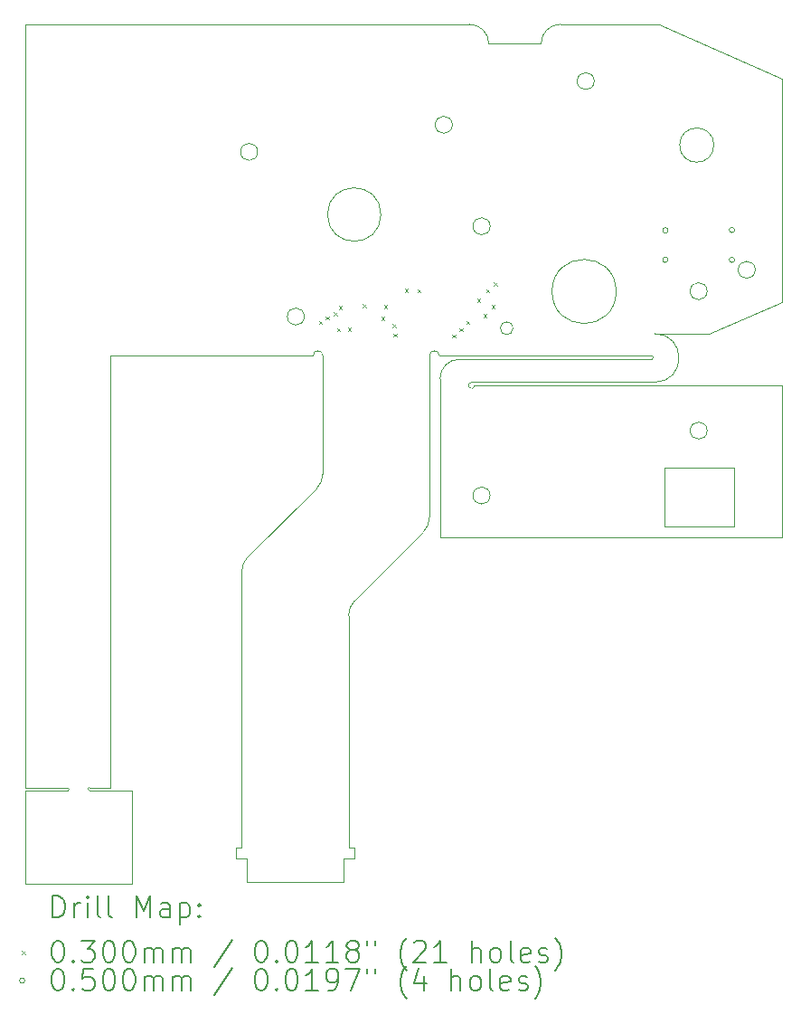
<source format=gbr>
%TF.GenerationSoftware,KiCad,Pcbnew,9.0.3*%
%TF.CreationDate,2025-09-14T16:33:17+03:00*%
%TF.ProjectId,Right,52696768-742e-46b6-9963-61645f706362,rev?*%
%TF.SameCoordinates,Original*%
%TF.FileFunction,Drillmap*%
%TF.FilePolarity,Positive*%
%FSLAX45Y45*%
G04 Gerber Fmt 4.5, Leading zero omitted, Abs format (unit mm)*
G04 Created by KiCad (PCBNEW 9.0.3) date 2025-09-14 16:33:17*
%MOMM*%
%LPD*%
G01*
G04 APERTURE LIST*
%ADD10C,0.050000*%
%ADD11C,0.200000*%
%ADD12C,0.100000*%
G04 APERTURE END LIST*
D10*
X12426000Y-13379000D02*
G75*
G02*
X12396000Y-13349000I-30000J0D01*
G01*
X15300000Y-10511000D02*
X15300000Y-12600000D01*
X10913000Y-13100000D02*
X9016000Y-13100000D01*
X8816000Y-17144000D02*
X9016000Y-17144000D01*
X8216000Y-17174000D02*
X8616000Y-17174000D01*
X8216000Y-17144000D02*
X8616000Y-17144000D01*
X8216000Y-18044000D02*
X8216000Y-17174000D01*
X8616000Y-17144000D02*
G75*
G02*
X8616000Y-17174000I0J-15000D01*
G01*
X9216000Y-17174000D02*
X9216000Y-18044000D01*
X9016000Y-13100000D02*
X9016000Y-17144000D01*
X8816000Y-17174000D02*
X9216000Y-17174000D01*
X9216000Y-18044000D02*
X8216000Y-18044000D01*
X8816000Y-17174000D02*
G75*
G02*
X8816000Y-17144000I0J15000D01*
G01*
X8216000Y-17144000D02*
X8216000Y-10000000D01*
X14203000Y-14148000D02*
X14853000Y-14148000D01*
X14853000Y-14698000D01*
X14203000Y-14698000D01*
X14203000Y-14148000D01*
X14603000Y-13802500D02*
G75*
G02*
X14443000Y-13802500I-80000J0D01*
G01*
X14443000Y-13802500D02*
G75*
G02*
X14603000Y-13802500I80000J0D01*
G01*
X11547000Y-11780000D02*
G75*
G02*
X11047000Y-11780000I-250000J0D01*
G01*
X11047000Y-11780000D02*
G75*
G02*
X11547000Y-11780000I250000J0D01*
G01*
X13227000Y-10000000D02*
X14148000Y-10000000D01*
X10393000Y-11193700D02*
G75*
G02*
X10233000Y-11193700I-80000J0D01*
G01*
X10233000Y-11193700D02*
G75*
G02*
X10393000Y-11193700I80000J0D01*
G01*
X12570000Y-14410000D02*
G75*
G02*
X12410000Y-14410000I-80000J0D01*
G01*
X12410000Y-14410000D02*
G75*
G02*
X12570000Y-14410000I80000J0D01*
G01*
X13750000Y-12500000D02*
G75*
G02*
X13150000Y-12500000I-300000J0D01*
G01*
X13150000Y-12500000D02*
G75*
G02*
X13750000Y-12500000I300000J0D01*
G01*
X10244000Y-17707000D02*
X10244000Y-15123386D01*
X15300000Y-14800000D02*
X12100000Y-14800000D01*
X12003000Y-14609157D02*
G75*
G02*
X11944421Y-14750578I-199990J-3D01*
G01*
X12093000Y-13100000D02*
X14084000Y-13100000D01*
X8216000Y-10000000D02*
X12377000Y-10000000D01*
X14618000Y-12896000D02*
X14112000Y-12896000D01*
X14112000Y-12896000D02*
G75*
G02*
X14112000Y-13349000I0J-226500D01*
G01*
X14665000Y-11130000D02*
G75*
G02*
X14345000Y-11130000I-160000J0D01*
G01*
X14345000Y-11130000D02*
G75*
G02*
X14665000Y-11130000I160000J0D01*
G01*
X10943765Y-14346689D02*
X10303235Y-14981311D01*
X12100000Y-13316000D02*
G75*
G02*
X12280000Y-13136000I180000J0D01*
G01*
X13047000Y-10180000D02*
G75*
G02*
X13227000Y-10000000I180000J0D01*
G01*
X12216000Y-10940000D02*
G75*
G02*
X12056000Y-10940000I-80000J0D01*
G01*
X12056000Y-10940000D02*
G75*
G02*
X12216000Y-10940000I80000J0D01*
G01*
X12570000Y-11890000D02*
G75*
G02*
X12410000Y-11890000I-80000J0D01*
G01*
X12410000Y-11890000D02*
G75*
G02*
X12570000Y-11890000I80000J0D01*
G01*
X11003000Y-14204614D02*
G75*
G02*
X10943767Y-14346691I-200020J4D01*
G01*
X13545000Y-10531000D02*
G75*
G02*
X13385000Y-10531000I-80000J0D01*
G01*
X13385000Y-10531000D02*
G75*
G02*
X13545000Y-10531000I80000J0D01*
G01*
X14083000Y-13136000D02*
X12280000Y-13136000D01*
X10244000Y-15123386D02*
G75*
G02*
X10303233Y-14981309I200020J-4D01*
G01*
X12100000Y-13316000D02*
X12100000Y-14800000D01*
X12003000Y-13100000D02*
X12003000Y-14609157D01*
X14603000Y-12497500D02*
G75*
G02*
X14443000Y-12497500I-80000J0D01*
G01*
X14443000Y-12497500D02*
G75*
G02*
X14603000Y-12497500I80000J0D01*
G01*
X15053000Y-12297500D02*
G75*
G02*
X14893000Y-12297500I-80000J0D01*
G01*
X14893000Y-12297500D02*
G75*
G02*
X15053000Y-12297500I80000J0D01*
G01*
X13047000Y-10180000D02*
X12557000Y-10180000D01*
X12003000Y-13100000D02*
G75*
G02*
X12093000Y-13100000I45000J0D01*
G01*
X14618000Y-12896000D02*
X15300000Y-12600000D01*
X10913000Y-13100000D02*
G75*
G02*
X11003000Y-13100000I45000J0D01*
G01*
X11244000Y-15533843D02*
G75*
G02*
X11302579Y-15392422I199990J3D01*
G01*
X12377000Y-10000000D02*
G75*
G02*
X12557000Y-10180000I0J-180000D01*
G01*
X11003000Y-13100000D02*
X11003000Y-14204614D01*
X11244000Y-17707000D02*
X11244000Y-15533843D01*
X14148000Y-10000000D02*
X15300000Y-10511000D01*
X14084000Y-13099972D02*
G75*
G02*
X14083000Y-13136000I0J-18028D01*
G01*
X15300000Y-13379000D02*
X12426000Y-13379000D01*
X12396000Y-13349000D02*
X14112000Y-13349000D01*
X11944421Y-14750579D02*
X11302579Y-15392421D01*
X10830000Y-12735000D02*
G75*
G02*
X10670000Y-12735000I-80000J0D01*
G01*
X10670000Y-12735000D02*
G75*
G02*
X10830000Y-12735000I80000J0D01*
G01*
X15300000Y-14800000D02*
X15300000Y-13379000D01*
X12785000Y-12844000D02*
G75*
G02*
X12665000Y-12844000I-60000J0D01*
G01*
X12665000Y-12844000D02*
G75*
G02*
X12785000Y-12844000I60000J0D01*
G01*
X10190000Y-17807000D02*
X10190000Y-17707000D01*
X10244000Y-17707000D02*
X10190000Y-17707000D01*
X10290000Y-17807000D02*
X10190000Y-17807000D01*
X10290000Y-18024000D02*
X10290000Y-17807000D01*
X10290000Y-18024000D02*
X11198000Y-18024000D01*
X11198000Y-17807000D02*
X11298000Y-17807000D01*
X11198000Y-18024000D02*
X11198000Y-17807000D01*
X11244000Y-17707000D02*
X11298000Y-17707000D01*
X11298000Y-17807000D02*
X11298000Y-17707000D01*
D11*
D12*
X10968000Y-12777000D02*
X10998000Y-12807000D01*
X10998000Y-12777000D02*
X10968000Y-12807000D01*
X11028000Y-12735000D02*
X11058000Y-12765000D01*
X11058000Y-12735000D02*
X11028000Y-12765000D01*
X11106000Y-12697000D02*
X11136000Y-12727000D01*
X11136000Y-12697000D02*
X11106000Y-12727000D01*
X11136000Y-12842000D02*
X11166000Y-12872000D01*
X11166000Y-12842000D02*
X11136000Y-12872000D01*
X11151000Y-12635000D02*
X11181000Y-12665000D01*
X11181000Y-12635000D02*
X11151000Y-12665000D01*
X11236000Y-12841000D02*
X11266000Y-12871000D01*
X11266000Y-12841000D02*
X11236000Y-12871000D01*
X11375000Y-12619000D02*
X11405000Y-12649000D01*
X11405000Y-12619000D02*
X11375000Y-12649000D01*
X11550000Y-12737500D02*
X11580000Y-12767500D01*
X11580000Y-12737500D02*
X11550000Y-12767500D01*
X11576500Y-12628500D02*
X11606500Y-12658500D01*
X11606500Y-12628500D02*
X11576500Y-12658500D01*
X11658250Y-12804250D02*
X11688250Y-12834250D01*
X11688250Y-12804250D02*
X11658250Y-12834250D01*
X11662500Y-12895000D02*
X11692500Y-12925000D01*
X11692500Y-12895000D02*
X11662500Y-12925000D01*
X11769000Y-12476000D02*
X11799000Y-12506000D01*
X11799000Y-12476000D02*
X11769000Y-12506000D01*
X11890000Y-12480000D02*
X11920000Y-12510000D01*
X11920000Y-12480000D02*
X11890000Y-12510000D01*
X12215000Y-12904000D02*
X12245000Y-12934000D01*
X12245000Y-12904000D02*
X12215000Y-12934000D01*
X12282000Y-12842000D02*
X12312000Y-12872000D01*
X12312000Y-12842000D02*
X12282000Y-12872000D01*
X12348000Y-12776000D02*
X12378000Y-12806000D01*
X12378000Y-12776000D02*
X12348000Y-12806000D01*
X12447000Y-12567500D02*
X12477000Y-12597500D01*
X12477000Y-12567500D02*
X12447000Y-12597500D01*
X12507500Y-12710000D02*
X12537500Y-12740000D01*
X12537500Y-12710000D02*
X12507500Y-12740000D01*
X12532500Y-12480000D02*
X12562500Y-12510000D01*
X12562500Y-12480000D02*
X12532500Y-12510000D01*
X12582500Y-12627500D02*
X12612500Y-12657500D01*
X12612500Y-12627500D02*
X12582500Y-12657500D01*
X12602500Y-12415000D02*
X12632500Y-12445000D01*
X12632500Y-12415000D02*
X12602500Y-12445000D01*
X14236000Y-11928000D02*
G75*
G02*
X14186000Y-11928000I-25000J0D01*
G01*
X14186000Y-11928000D02*
G75*
G02*
X14236000Y-11928000I25000J0D01*
G01*
X14236000Y-12204000D02*
G75*
G02*
X14186000Y-12204000I-25000J0D01*
G01*
X14186000Y-12204000D02*
G75*
G02*
X14236000Y-12204000I25000J0D01*
G01*
X14859000Y-11926000D02*
G75*
G02*
X14809000Y-11926000I-25000J0D01*
G01*
X14809000Y-11926000D02*
G75*
G02*
X14859000Y-11926000I25000J0D01*
G01*
X14859000Y-12205000D02*
G75*
G02*
X14809000Y-12205000I-25000J0D01*
G01*
X14809000Y-12205000D02*
G75*
G02*
X14859000Y-12205000I25000J0D01*
G01*
D11*
X8474277Y-18357984D02*
X8474277Y-18157984D01*
X8474277Y-18157984D02*
X8521896Y-18157984D01*
X8521896Y-18157984D02*
X8550467Y-18167508D01*
X8550467Y-18167508D02*
X8569515Y-18186555D01*
X8569515Y-18186555D02*
X8579039Y-18205603D01*
X8579039Y-18205603D02*
X8588563Y-18243698D01*
X8588563Y-18243698D02*
X8588563Y-18272270D01*
X8588563Y-18272270D02*
X8579039Y-18310365D01*
X8579039Y-18310365D02*
X8569515Y-18329412D01*
X8569515Y-18329412D02*
X8550467Y-18348460D01*
X8550467Y-18348460D02*
X8521896Y-18357984D01*
X8521896Y-18357984D02*
X8474277Y-18357984D01*
X8674277Y-18357984D02*
X8674277Y-18224650D01*
X8674277Y-18262746D02*
X8683801Y-18243698D01*
X8683801Y-18243698D02*
X8693324Y-18234174D01*
X8693324Y-18234174D02*
X8712372Y-18224650D01*
X8712372Y-18224650D02*
X8731420Y-18224650D01*
X8798086Y-18357984D02*
X8798086Y-18224650D01*
X8798086Y-18157984D02*
X8788563Y-18167508D01*
X8788563Y-18167508D02*
X8798086Y-18177031D01*
X8798086Y-18177031D02*
X8807610Y-18167508D01*
X8807610Y-18167508D02*
X8798086Y-18157984D01*
X8798086Y-18157984D02*
X8798086Y-18177031D01*
X8921896Y-18357984D02*
X8902848Y-18348460D01*
X8902848Y-18348460D02*
X8893324Y-18329412D01*
X8893324Y-18329412D02*
X8893324Y-18157984D01*
X9026658Y-18357984D02*
X9007610Y-18348460D01*
X9007610Y-18348460D02*
X8998086Y-18329412D01*
X8998086Y-18329412D02*
X8998086Y-18157984D01*
X9255229Y-18357984D02*
X9255229Y-18157984D01*
X9255229Y-18157984D02*
X9321896Y-18300841D01*
X9321896Y-18300841D02*
X9388563Y-18157984D01*
X9388563Y-18157984D02*
X9388563Y-18357984D01*
X9569515Y-18357984D02*
X9569515Y-18253222D01*
X9569515Y-18253222D02*
X9559991Y-18234174D01*
X9559991Y-18234174D02*
X9540944Y-18224650D01*
X9540944Y-18224650D02*
X9502848Y-18224650D01*
X9502848Y-18224650D02*
X9483801Y-18234174D01*
X9569515Y-18348460D02*
X9550467Y-18357984D01*
X9550467Y-18357984D02*
X9502848Y-18357984D01*
X9502848Y-18357984D02*
X9483801Y-18348460D01*
X9483801Y-18348460D02*
X9474277Y-18329412D01*
X9474277Y-18329412D02*
X9474277Y-18310365D01*
X9474277Y-18310365D02*
X9483801Y-18291317D01*
X9483801Y-18291317D02*
X9502848Y-18281793D01*
X9502848Y-18281793D02*
X9550467Y-18281793D01*
X9550467Y-18281793D02*
X9569515Y-18272270D01*
X9664753Y-18224650D02*
X9664753Y-18424650D01*
X9664753Y-18234174D02*
X9683801Y-18224650D01*
X9683801Y-18224650D02*
X9721896Y-18224650D01*
X9721896Y-18224650D02*
X9740944Y-18234174D01*
X9740944Y-18234174D02*
X9750467Y-18243698D01*
X9750467Y-18243698D02*
X9759991Y-18262746D01*
X9759991Y-18262746D02*
X9759991Y-18319889D01*
X9759991Y-18319889D02*
X9750467Y-18338936D01*
X9750467Y-18338936D02*
X9740944Y-18348460D01*
X9740944Y-18348460D02*
X9721896Y-18357984D01*
X9721896Y-18357984D02*
X9683801Y-18357984D01*
X9683801Y-18357984D02*
X9664753Y-18348460D01*
X9845705Y-18338936D02*
X9855229Y-18348460D01*
X9855229Y-18348460D02*
X9845705Y-18357984D01*
X9845705Y-18357984D02*
X9836182Y-18348460D01*
X9836182Y-18348460D02*
X9845705Y-18338936D01*
X9845705Y-18338936D02*
X9845705Y-18357984D01*
X9845705Y-18234174D02*
X9855229Y-18243698D01*
X9855229Y-18243698D02*
X9845705Y-18253222D01*
X9845705Y-18253222D02*
X9836182Y-18243698D01*
X9836182Y-18243698D02*
X9845705Y-18234174D01*
X9845705Y-18234174D02*
X9845705Y-18253222D01*
D12*
X8183500Y-18671500D02*
X8213500Y-18701500D01*
X8213500Y-18671500D02*
X8183500Y-18701500D01*
D11*
X8512372Y-18577984D02*
X8531420Y-18577984D01*
X8531420Y-18577984D02*
X8550467Y-18587508D01*
X8550467Y-18587508D02*
X8559991Y-18597031D01*
X8559991Y-18597031D02*
X8569515Y-18616079D01*
X8569515Y-18616079D02*
X8579039Y-18654174D01*
X8579039Y-18654174D02*
X8579039Y-18701793D01*
X8579039Y-18701793D02*
X8569515Y-18739889D01*
X8569515Y-18739889D02*
X8559991Y-18758936D01*
X8559991Y-18758936D02*
X8550467Y-18768460D01*
X8550467Y-18768460D02*
X8531420Y-18777984D01*
X8531420Y-18777984D02*
X8512372Y-18777984D01*
X8512372Y-18777984D02*
X8493324Y-18768460D01*
X8493324Y-18768460D02*
X8483801Y-18758936D01*
X8483801Y-18758936D02*
X8474277Y-18739889D01*
X8474277Y-18739889D02*
X8464753Y-18701793D01*
X8464753Y-18701793D02*
X8464753Y-18654174D01*
X8464753Y-18654174D02*
X8474277Y-18616079D01*
X8474277Y-18616079D02*
X8483801Y-18597031D01*
X8483801Y-18597031D02*
X8493324Y-18587508D01*
X8493324Y-18587508D02*
X8512372Y-18577984D01*
X8664753Y-18758936D02*
X8674277Y-18768460D01*
X8674277Y-18768460D02*
X8664753Y-18777984D01*
X8664753Y-18777984D02*
X8655229Y-18768460D01*
X8655229Y-18768460D02*
X8664753Y-18758936D01*
X8664753Y-18758936D02*
X8664753Y-18777984D01*
X8740944Y-18577984D02*
X8864753Y-18577984D01*
X8864753Y-18577984D02*
X8798086Y-18654174D01*
X8798086Y-18654174D02*
X8826658Y-18654174D01*
X8826658Y-18654174D02*
X8845705Y-18663698D01*
X8845705Y-18663698D02*
X8855229Y-18673222D01*
X8855229Y-18673222D02*
X8864753Y-18692270D01*
X8864753Y-18692270D02*
X8864753Y-18739889D01*
X8864753Y-18739889D02*
X8855229Y-18758936D01*
X8855229Y-18758936D02*
X8845705Y-18768460D01*
X8845705Y-18768460D02*
X8826658Y-18777984D01*
X8826658Y-18777984D02*
X8769515Y-18777984D01*
X8769515Y-18777984D02*
X8750467Y-18768460D01*
X8750467Y-18768460D02*
X8740944Y-18758936D01*
X8988563Y-18577984D02*
X9007610Y-18577984D01*
X9007610Y-18577984D02*
X9026658Y-18587508D01*
X9026658Y-18587508D02*
X9036182Y-18597031D01*
X9036182Y-18597031D02*
X9045705Y-18616079D01*
X9045705Y-18616079D02*
X9055229Y-18654174D01*
X9055229Y-18654174D02*
X9055229Y-18701793D01*
X9055229Y-18701793D02*
X9045705Y-18739889D01*
X9045705Y-18739889D02*
X9036182Y-18758936D01*
X9036182Y-18758936D02*
X9026658Y-18768460D01*
X9026658Y-18768460D02*
X9007610Y-18777984D01*
X9007610Y-18777984D02*
X8988563Y-18777984D01*
X8988563Y-18777984D02*
X8969515Y-18768460D01*
X8969515Y-18768460D02*
X8959991Y-18758936D01*
X8959991Y-18758936D02*
X8950467Y-18739889D01*
X8950467Y-18739889D02*
X8940944Y-18701793D01*
X8940944Y-18701793D02*
X8940944Y-18654174D01*
X8940944Y-18654174D02*
X8950467Y-18616079D01*
X8950467Y-18616079D02*
X8959991Y-18597031D01*
X8959991Y-18597031D02*
X8969515Y-18587508D01*
X8969515Y-18587508D02*
X8988563Y-18577984D01*
X9179039Y-18577984D02*
X9198086Y-18577984D01*
X9198086Y-18577984D02*
X9217134Y-18587508D01*
X9217134Y-18587508D02*
X9226658Y-18597031D01*
X9226658Y-18597031D02*
X9236182Y-18616079D01*
X9236182Y-18616079D02*
X9245705Y-18654174D01*
X9245705Y-18654174D02*
X9245705Y-18701793D01*
X9245705Y-18701793D02*
X9236182Y-18739889D01*
X9236182Y-18739889D02*
X9226658Y-18758936D01*
X9226658Y-18758936D02*
X9217134Y-18768460D01*
X9217134Y-18768460D02*
X9198086Y-18777984D01*
X9198086Y-18777984D02*
X9179039Y-18777984D01*
X9179039Y-18777984D02*
X9159991Y-18768460D01*
X9159991Y-18768460D02*
X9150467Y-18758936D01*
X9150467Y-18758936D02*
X9140944Y-18739889D01*
X9140944Y-18739889D02*
X9131420Y-18701793D01*
X9131420Y-18701793D02*
X9131420Y-18654174D01*
X9131420Y-18654174D02*
X9140944Y-18616079D01*
X9140944Y-18616079D02*
X9150467Y-18597031D01*
X9150467Y-18597031D02*
X9159991Y-18587508D01*
X9159991Y-18587508D02*
X9179039Y-18577984D01*
X9331420Y-18777984D02*
X9331420Y-18644650D01*
X9331420Y-18663698D02*
X9340944Y-18654174D01*
X9340944Y-18654174D02*
X9359991Y-18644650D01*
X9359991Y-18644650D02*
X9388563Y-18644650D01*
X9388563Y-18644650D02*
X9407610Y-18654174D01*
X9407610Y-18654174D02*
X9417134Y-18673222D01*
X9417134Y-18673222D02*
X9417134Y-18777984D01*
X9417134Y-18673222D02*
X9426658Y-18654174D01*
X9426658Y-18654174D02*
X9445705Y-18644650D01*
X9445705Y-18644650D02*
X9474277Y-18644650D01*
X9474277Y-18644650D02*
X9493325Y-18654174D01*
X9493325Y-18654174D02*
X9502848Y-18673222D01*
X9502848Y-18673222D02*
X9502848Y-18777984D01*
X9598086Y-18777984D02*
X9598086Y-18644650D01*
X9598086Y-18663698D02*
X9607610Y-18654174D01*
X9607610Y-18654174D02*
X9626658Y-18644650D01*
X9626658Y-18644650D02*
X9655229Y-18644650D01*
X9655229Y-18644650D02*
X9674277Y-18654174D01*
X9674277Y-18654174D02*
X9683801Y-18673222D01*
X9683801Y-18673222D02*
X9683801Y-18777984D01*
X9683801Y-18673222D02*
X9693325Y-18654174D01*
X9693325Y-18654174D02*
X9712372Y-18644650D01*
X9712372Y-18644650D02*
X9740944Y-18644650D01*
X9740944Y-18644650D02*
X9759991Y-18654174D01*
X9759991Y-18654174D02*
X9769515Y-18673222D01*
X9769515Y-18673222D02*
X9769515Y-18777984D01*
X10159991Y-18568460D02*
X9988563Y-18825603D01*
X10417134Y-18577984D02*
X10436182Y-18577984D01*
X10436182Y-18577984D02*
X10455229Y-18587508D01*
X10455229Y-18587508D02*
X10464753Y-18597031D01*
X10464753Y-18597031D02*
X10474277Y-18616079D01*
X10474277Y-18616079D02*
X10483801Y-18654174D01*
X10483801Y-18654174D02*
X10483801Y-18701793D01*
X10483801Y-18701793D02*
X10474277Y-18739889D01*
X10474277Y-18739889D02*
X10464753Y-18758936D01*
X10464753Y-18758936D02*
X10455229Y-18768460D01*
X10455229Y-18768460D02*
X10436182Y-18777984D01*
X10436182Y-18777984D02*
X10417134Y-18777984D01*
X10417134Y-18777984D02*
X10398087Y-18768460D01*
X10398087Y-18768460D02*
X10388563Y-18758936D01*
X10388563Y-18758936D02*
X10379039Y-18739889D01*
X10379039Y-18739889D02*
X10369515Y-18701793D01*
X10369515Y-18701793D02*
X10369515Y-18654174D01*
X10369515Y-18654174D02*
X10379039Y-18616079D01*
X10379039Y-18616079D02*
X10388563Y-18597031D01*
X10388563Y-18597031D02*
X10398087Y-18587508D01*
X10398087Y-18587508D02*
X10417134Y-18577984D01*
X10569515Y-18758936D02*
X10579039Y-18768460D01*
X10579039Y-18768460D02*
X10569515Y-18777984D01*
X10569515Y-18777984D02*
X10559991Y-18768460D01*
X10559991Y-18768460D02*
X10569515Y-18758936D01*
X10569515Y-18758936D02*
X10569515Y-18777984D01*
X10702848Y-18577984D02*
X10721896Y-18577984D01*
X10721896Y-18577984D02*
X10740944Y-18587508D01*
X10740944Y-18587508D02*
X10750468Y-18597031D01*
X10750468Y-18597031D02*
X10759991Y-18616079D01*
X10759991Y-18616079D02*
X10769515Y-18654174D01*
X10769515Y-18654174D02*
X10769515Y-18701793D01*
X10769515Y-18701793D02*
X10759991Y-18739889D01*
X10759991Y-18739889D02*
X10750468Y-18758936D01*
X10750468Y-18758936D02*
X10740944Y-18768460D01*
X10740944Y-18768460D02*
X10721896Y-18777984D01*
X10721896Y-18777984D02*
X10702848Y-18777984D01*
X10702848Y-18777984D02*
X10683801Y-18768460D01*
X10683801Y-18768460D02*
X10674277Y-18758936D01*
X10674277Y-18758936D02*
X10664753Y-18739889D01*
X10664753Y-18739889D02*
X10655229Y-18701793D01*
X10655229Y-18701793D02*
X10655229Y-18654174D01*
X10655229Y-18654174D02*
X10664753Y-18616079D01*
X10664753Y-18616079D02*
X10674277Y-18597031D01*
X10674277Y-18597031D02*
X10683801Y-18587508D01*
X10683801Y-18587508D02*
X10702848Y-18577984D01*
X10959991Y-18777984D02*
X10845706Y-18777984D01*
X10902848Y-18777984D02*
X10902848Y-18577984D01*
X10902848Y-18577984D02*
X10883801Y-18606555D01*
X10883801Y-18606555D02*
X10864753Y-18625603D01*
X10864753Y-18625603D02*
X10845706Y-18635127D01*
X11150468Y-18777984D02*
X11036182Y-18777984D01*
X11093325Y-18777984D02*
X11093325Y-18577984D01*
X11093325Y-18577984D02*
X11074277Y-18606555D01*
X11074277Y-18606555D02*
X11055229Y-18625603D01*
X11055229Y-18625603D02*
X11036182Y-18635127D01*
X11264753Y-18663698D02*
X11245706Y-18654174D01*
X11245706Y-18654174D02*
X11236182Y-18644650D01*
X11236182Y-18644650D02*
X11226658Y-18625603D01*
X11226658Y-18625603D02*
X11226658Y-18616079D01*
X11226658Y-18616079D02*
X11236182Y-18597031D01*
X11236182Y-18597031D02*
X11245706Y-18587508D01*
X11245706Y-18587508D02*
X11264753Y-18577984D01*
X11264753Y-18577984D02*
X11302848Y-18577984D01*
X11302848Y-18577984D02*
X11321896Y-18587508D01*
X11321896Y-18587508D02*
X11331420Y-18597031D01*
X11331420Y-18597031D02*
X11340944Y-18616079D01*
X11340944Y-18616079D02*
X11340944Y-18625603D01*
X11340944Y-18625603D02*
X11331420Y-18644650D01*
X11331420Y-18644650D02*
X11321896Y-18654174D01*
X11321896Y-18654174D02*
X11302848Y-18663698D01*
X11302848Y-18663698D02*
X11264753Y-18663698D01*
X11264753Y-18663698D02*
X11245706Y-18673222D01*
X11245706Y-18673222D02*
X11236182Y-18682746D01*
X11236182Y-18682746D02*
X11226658Y-18701793D01*
X11226658Y-18701793D02*
X11226658Y-18739889D01*
X11226658Y-18739889D02*
X11236182Y-18758936D01*
X11236182Y-18758936D02*
X11245706Y-18768460D01*
X11245706Y-18768460D02*
X11264753Y-18777984D01*
X11264753Y-18777984D02*
X11302848Y-18777984D01*
X11302848Y-18777984D02*
X11321896Y-18768460D01*
X11321896Y-18768460D02*
X11331420Y-18758936D01*
X11331420Y-18758936D02*
X11340944Y-18739889D01*
X11340944Y-18739889D02*
X11340944Y-18701793D01*
X11340944Y-18701793D02*
X11331420Y-18682746D01*
X11331420Y-18682746D02*
X11321896Y-18673222D01*
X11321896Y-18673222D02*
X11302848Y-18663698D01*
X11417134Y-18577984D02*
X11417134Y-18616079D01*
X11493325Y-18577984D02*
X11493325Y-18616079D01*
X11788563Y-18854174D02*
X11779039Y-18844650D01*
X11779039Y-18844650D02*
X11759991Y-18816079D01*
X11759991Y-18816079D02*
X11750468Y-18797031D01*
X11750468Y-18797031D02*
X11740944Y-18768460D01*
X11740944Y-18768460D02*
X11731420Y-18720841D01*
X11731420Y-18720841D02*
X11731420Y-18682746D01*
X11731420Y-18682746D02*
X11740944Y-18635127D01*
X11740944Y-18635127D02*
X11750468Y-18606555D01*
X11750468Y-18606555D02*
X11759991Y-18587508D01*
X11759991Y-18587508D02*
X11779039Y-18558936D01*
X11779039Y-18558936D02*
X11788563Y-18549412D01*
X11855229Y-18597031D02*
X11864753Y-18587508D01*
X11864753Y-18587508D02*
X11883801Y-18577984D01*
X11883801Y-18577984D02*
X11931420Y-18577984D01*
X11931420Y-18577984D02*
X11950468Y-18587508D01*
X11950468Y-18587508D02*
X11959991Y-18597031D01*
X11959991Y-18597031D02*
X11969515Y-18616079D01*
X11969515Y-18616079D02*
X11969515Y-18635127D01*
X11969515Y-18635127D02*
X11959991Y-18663698D01*
X11959991Y-18663698D02*
X11845706Y-18777984D01*
X11845706Y-18777984D02*
X11969515Y-18777984D01*
X12159991Y-18777984D02*
X12045706Y-18777984D01*
X12102848Y-18777984D02*
X12102848Y-18577984D01*
X12102848Y-18577984D02*
X12083801Y-18606555D01*
X12083801Y-18606555D02*
X12064753Y-18625603D01*
X12064753Y-18625603D02*
X12045706Y-18635127D01*
X12398087Y-18777984D02*
X12398087Y-18577984D01*
X12483801Y-18777984D02*
X12483801Y-18673222D01*
X12483801Y-18673222D02*
X12474277Y-18654174D01*
X12474277Y-18654174D02*
X12455230Y-18644650D01*
X12455230Y-18644650D02*
X12426658Y-18644650D01*
X12426658Y-18644650D02*
X12407610Y-18654174D01*
X12407610Y-18654174D02*
X12398087Y-18663698D01*
X12607610Y-18777984D02*
X12588563Y-18768460D01*
X12588563Y-18768460D02*
X12579039Y-18758936D01*
X12579039Y-18758936D02*
X12569515Y-18739889D01*
X12569515Y-18739889D02*
X12569515Y-18682746D01*
X12569515Y-18682746D02*
X12579039Y-18663698D01*
X12579039Y-18663698D02*
X12588563Y-18654174D01*
X12588563Y-18654174D02*
X12607610Y-18644650D01*
X12607610Y-18644650D02*
X12636182Y-18644650D01*
X12636182Y-18644650D02*
X12655230Y-18654174D01*
X12655230Y-18654174D02*
X12664753Y-18663698D01*
X12664753Y-18663698D02*
X12674277Y-18682746D01*
X12674277Y-18682746D02*
X12674277Y-18739889D01*
X12674277Y-18739889D02*
X12664753Y-18758936D01*
X12664753Y-18758936D02*
X12655230Y-18768460D01*
X12655230Y-18768460D02*
X12636182Y-18777984D01*
X12636182Y-18777984D02*
X12607610Y-18777984D01*
X12788563Y-18777984D02*
X12769515Y-18768460D01*
X12769515Y-18768460D02*
X12759991Y-18749412D01*
X12759991Y-18749412D02*
X12759991Y-18577984D01*
X12940944Y-18768460D02*
X12921896Y-18777984D01*
X12921896Y-18777984D02*
X12883801Y-18777984D01*
X12883801Y-18777984D02*
X12864753Y-18768460D01*
X12864753Y-18768460D02*
X12855230Y-18749412D01*
X12855230Y-18749412D02*
X12855230Y-18673222D01*
X12855230Y-18673222D02*
X12864753Y-18654174D01*
X12864753Y-18654174D02*
X12883801Y-18644650D01*
X12883801Y-18644650D02*
X12921896Y-18644650D01*
X12921896Y-18644650D02*
X12940944Y-18654174D01*
X12940944Y-18654174D02*
X12950468Y-18673222D01*
X12950468Y-18673222D02*
X12950468Y-18692270D01*
X12950468Y-18692270D02*
X12855230Y-18711317D01*
X13026658Y-18768460D02*
X13045706Y-18777984D01*
X13045706Y-18777984D02*
X13083801Y-18777984D01*
X13083801Y-18777984D02*
X13102849Y-18768460D01*
X13102849Y-18768460D02*
X13112372Y-18749412D01*
X13112372Y-18749412D02*
X13112372Y-18739889D01*
X13112372Y-18739889D02*
X13102849Y-18720841D01*
X13102849Y-18720841D02*
X13083801Y-18711317D01*
X13083801Y-18711317D02*
X13055230Y-18711317D01*
X13055230Y-18711317D02*
X13036182Y-18701793D01*
X13036182Y-18701793D02*
X13026658Y-18682746D01*
X13026658Y-18682746D02*
X13026658Y-18673222D01*
X13026658Y-18673222D02*
X13036182Y-18654174D01*
X13036182Y-18654174D02*
X13055230Y-18644650D01*
X13055230Y-18644650D02*
X13083801Y-18644650D01*
X13083801Y-18644650D02*
X13102849Y-18654174D01*
X13179039Y-18854174D02*
X13188563Y-18844650D01*
X13188563Y-18844650D02*
X13207611Y-18816079D01*
X13207611Y-18816079D02*
X13217134Y-18797031D01*
X13217134Y-18797031D02*
X13226658Y-18768460D01*
X13226658Y-18768460D02*
X13236182Y-18720841D01*
X13236182Y-18720841D02*
X13236182Y-18682746D01*
X13236182Y-18682746D02*
X13226658Y-18635127D01*
X13226658Y-18635127D02*
X13217134Y-18606555D01*
X13217134Y-18606555D02*
X13207611Y-18587508D01*
X13207611Y-18587508D02*
X13188563Y-18558936D01*
X13188563Y-18558936D02*
X13179039Y-18549412D01*
D12*
X8213500Y-18950500D02*
G75*
G02*
X8163500Y-18950500I-25000J0D01*
G01*
X8163500Y-18950500D02*
G75*
G02*
X8213500Y-18950500I25000J0D01*
G01*
D11*
X8512372Y-18841984D02*
X8531420Y-18841984D01*
X8531420Y-18841984D02*
X8550467Y-18851508D01*
X8550467Y-18851508D02*
X8559991Y-18861031D01*
X8559991Y-18861031D02*
X8569515Y-18880079D01*
X8569515Y-18880079D02*
X8579039Y-18918174D01*
X8579039Y-18918174D02*
X8579039Y-18965793D01*
X8579039Y-18965793D02*
X8569515Y-19003889D01*
X8569515Y-19003889D02*
X8559991Y-19022936D01*
X8559991Y-19022936D02*
X8550467Y-19032460D01*
X8550467Y-19032460D02*
X8531420Y-19041984D01*
X8531420Y-19041984D02*
X8512372Y-19041984D01*
X8512372Y-19041984D02*
X8493324Y-19032460D01*
X8493324Y-19032460D02*
X8483801Y-19022936D01*
X8483801Y-19022936D02*
X8474277Y-19003889D01*
X8474277Y-19003889D02*
X8464753Y-18965793D01*
X8464753Y-18965793D02*
X8464753Y-18918174D01*
X8464753Y-18918174D02*
X8474277Y-18880079D01*
X8474277Y-18880079D02*
X8483801Y-18861031D01*
X8483801Y-18861031D02*
X8493324Y-18851508D01*
X8493324Y-18851508D02*
X8512372Y-18841984D01*
X8664753Y-19022936D02*
X8674277Y-19032460D01*
X8674277Y-19032460D02*
X8664753Y-19041984D01*
X8664753Y-19041984D02*
X8655229Y-19032460D01*
X8655229Y-19032460D02*
X8664753Y-19022936D01*
X8664753Y-19022936D02*
X8664753Y-19041984D01*
X8855229Y-18841984D02*
X8759991Y-18841984D01*
X8759991Y-18841984D02*
X8750467Y-18937222D01*
X8750467Y-18937222D02*
X8759991Y-18927698D01*
X8759991Y-18927698D02*
X8779039Y-18918174D01*
X8779039Y-18918174D02*
X8826658Y-18918174D01*
X8826658Y-18918174D02*
X8845705Y-18927698D01*
X8845705Y-18927698D02*
X8855229Y-18937222D01*
X8855229Y-18937222D02*
X8864753Y-18956270D01*
X8864753Y-18956270D02*
X8864753Y-19003889D01*
X8864753Y-19003889D02*
X8855229Y-19022936D01*
X8855229Y-19022936D02*
X8845705Y-19032460D01*
X8845705Y-19032460D02*
X8826658Y-19041984D01*
X8826658Y-19041984D02*
X8779039Y-19041984D01*
X8779039Y-19041984D02*
X8759991Y-19032460D01*
X8759991Y-19032460D02*
X8750467Y-19022936D01*
X8988563Y-18841984D02*
X9007610Y-18841984D01*
X9007610Y-18841984D02*
X9026658Y-18851508D01*
X9026658Y-18851508D02*
X9036182Y-18861031D01*
X9036182Y-18861031D02*
X9045705Y-18880079D01*
X9045705Y-18880079D02*
X9055229Y-18918174D01*
X9055229Y-18918174D02*
X9055229Y-18965793D01*
X9055229Y-18965793D02*
X9045705Y-19003889D01*
X9045705Y-19003889D02*
X9036182Y-19022936D01*
X9036182Y-19022936D02*
X9026658Y-19032460D01*
X9026658Y-19032460D02*
X9007610Y-19041984D01*
X9007610Y-19041984D02*
X8988563Y-19041984D01*
X8988563Y-19041984D02*
X8969515Y-19032460D01*
X8969515Y-19032460D02*
X8959991Y-19022936D01*
X8959991Y-19022936D02*
X8950467Y-19003889D01*
X8950467Y-19003889D02*
X8940944Y-18965793D01*
X8940944Y-18965793D02*
X8940944Y-18918174D01*
X8940944Y-18918174D02*
X8950467Y-18880079D01*
X8950467Y-18880079D02*
X8959991Y-18861031D01*
X8959991Y-18861031D02*
X8969515Y-18851508D01*
X8969515Y-18851508D02*
X8988563Y-18841984D01*
X9179039Y-18841984D02*
X9198086Y-18841984D01*
X9198086Y-18841984D02*
X9217134Y-18851508D01*
X9217134Y-18851508D02*
X9226658Y-18861031D01*
X9226658Y-18861031D02*
X9236182Y-18880079D01*
X9236182Y-18880079D02*
X9245705Y-18918174D01*
X9245705Y-18918174D02*
X9245705Y-18965793D01*
X9245705Y-18965793D02*
X9236182Y-19003889D01*
X9236182Y-19003889D02*
X9226658Y-19022936D01*
X9226658Y-19022936D02*
X9217134Y-19032460D01*
X9217134Y-19032460D02*
X9198086Y-19041984D01*
X9198086Y-19041984D02*
X9179039Y-19041984D01*
X9179039Y-19041984D02*
X9159991Y-19032460D01*
X9159991Y-19032460D02*
X9150467Y-19022936D01*
X9150467Y-19022936D02*
X9140944Y-19003889D01*
X9140944Y-19003889D02*
X9131420Y-18965793D01*
X9131420Y-18965793D02*
X9131420Y-18918174D01*
X9131420Y-18918174D02*
X9140944Y-18880079D01*
X9140944Y-18880079D02*
X9150467Y-18861031D01*
X9150467Y-18861031D02*
X9159991Y-18851508D01*
X9159991Y-18851508D02*
X9179039Y-18841984D01*
X9331420Y-19041984D02*
X9331420Y-18908650D01*
X9331420Y-18927698D02*
X9340944Y-18918174D01*
X9340944Y-18918174D02*
X9359991Y-18908650D01*
X9359991Y-18908650D02*
X9388563Y-18908650D01*
X9388563Y-18908650D02*
X9407610Y-18918174D01*
X9407610Y-18918174D02*
X9417134Y-18937222D01*
X9417134Y-18937222D02*
X9417134Y-19041984D01*
X9417134Y-18937222D02*
X9426658Y-18918174D01*
X9426658Y-18918174D02*
X9445705Y-18908650D01*
X9445705Y-18908650D02*
X9474277Y-18908650D01*
X9474277Y-18908650D02*
X9493325Y-18918174D01*
X9493325Y-18918174D02*
X9502848Y-18937222D01*
X9502848Y-18937222D02*
X9502848Y-19041984D01*
X9598086Y-19041984D02*
X9598086Y-18908650D01*
X9598086Y-18927698D02*
X9607610Y-18918174D01*
X9607610Y-18918174D02*
X9626658Y-18908650D01*
X9626658Y-18908650D02*
X9655229Y-18908650D01*
X9655229Y-18908650D02*
X9674277Y-18918174D01*
X9674277Y-18918174D02*
X9683801Y-18937222D01*
X9683801Y-18937222D02*
X9683801Y-19041984D01*
X9683801Y-18937222D02*
X9693325Y-18918174D01*
X9693325Y-18918174D02*
X9712372Y-18908650D01*
X9712372Y-18908650D02*
X9740944Y-18908650D01*
X9740944Y-18908650D02*
X9759991Y-18918174D01*
X9759991Y-18918174D02*
X9769515Y-18937222D01*
X9769515Y-18937222D02*
X9769515Y-19041984D01*
X10159991Y-18832460D02*
X9988563Y-19089603D01*
X10417134Y-18841984D02*
X10436182Y-18841984D01*
X10436182Y-18841984D02*
X10455229Y-18851508D01*
X10455229Y-18851508D02*
X10464753Y-18861031D01*
X10464753Y-18861031D02*
X10474277Y-18880079D01*
X10474277Y-18880079D02*
X10483801Y-18918174D01*
X10483801Y-18918174D02*
X10483801Y-18965793D01*
X10483801Y-18965793D02*
X10474277Y-19003889D01*
X10474277Y-19003889D02*
X10464753Y-19022936D01*
X10464753Y-19022936D02*
X10455229Y-19032460D01*
X10455229Y-19032460D02*
X10436182Y-19041984D01*
X10436182Y-19041984D02*
X10417134Y-19041984D01*
X10417134Y-19041984D02*
X10398087Y-19032460D01*
X10398087Y-19032460D02*
X10388563Y-19022936D01*
X10388563Y-19022936D02*
X10379039Y-19003889D01*
X10379039Y-19003889D02*
X10369515Y-18965793D01*
X10369515Y-18965793D02*
X10369515Y-18918174D01*
X10369515Y-18918174D02*
X10379039Y-18880079D01*
X10379039Y-18880079D02*
X10388563Y-18861031D01*
X10388563Y-18861031D02*
X10398087Y-18851508D01*
X10398087Y-18851508D02*
X10417134Y-18841984D01*
X10569515Y-19022936D02*
X10579039Y-19032460D01*
X10579039Y-19032460D02*
X10569515Y-19041984D01*
X10569515Y-19041984D02*
X10559991Y-19032460D01*
X10559991Y-19032460D02*
X10569515Y-19022936D01*
X10569515Y-19022936D02*
X10569515Y-19041984D01*
X10702848Y-18841984D02*
X10721896Y-18841984D01*
X10721896Y-18841984D02*
X10740944Y-18851508D01*
X10740944Y-18851508D02*
X10750468Y-18861031D01*
X10750468Y-18861031D02*
X10759991Y-18880079D01*
X10759991Y-18880079D02*
X10769515Y-18918174D01*
X10769515Y-18918174D02*
X10769515Y-18965793D01*
X10769515Y-18965793D02*
X10759991Y-19003889D01*
X10759991Y-19003889D02*
X10750468Y-19022936D01*
X10750468Y-19022936D02*
X10740944Y-19032460D01*
X10740944Y-19032460D02*
X10721896Y-19041984D01*
X10721896Y-19041984D02*
X10702848Y-19041984D01*
X10702848Y-19041984D02*
X10683801Y-19032460D01*
X10683801Y-19032460D02*
X10674277Y-19022936D01*
X10674277Y-19022936D02*
X10664753Y-19003889D01*
X10664753Y-19003889D02*
X10655229Y-18965793D01*
X10655229Y-18965793D02*
X10655229Y-18918174D01*
X10655229Y-18918174D02*
X10664753Y-18880079D01*
X10664753Y-18880079D02*
X10674277Y-18861031D01*
X10674277Y-18861031D02*
X10683801Y-18851508D01*
X10683801Y-18851508D02*
X10702848Y-18841984D01*
X10959991Y-19041984D02*
X10845706Y-19041984D01*
X10902848Y-19041984D02*
X10902848Y-18841984D01*
X10902848Y-18841984D02*
X10883801Y-18870555D01*
X10883801Y-18870555D02*
X10864753Y-18889603D01*
X10864753Y-18889603D02*
X10845706Y-18899127D01*
X11055229Y-19041984D02*
X11093325Y-19041984D01*
X11093325Y-19041984D02*
X11112372Y-19032460D01*
X11112372Y-19032460D02*
X11121896Y-19022936D01*
X11121896Y-19022936D02*
X11140944Y-18994365D01*
X11140944Y-18994365D02*
X11150468Y-18956270D01*
X11150468Y-18956270D02*
X11150468Y-18880079D01*
X11150468Y-18880079D02*
X11140944Y-18861031D01*
X11140944Y-18861031D02*
X11131420Y-18851508D01*
X11131420Y-18851508D02*
X11112372Y-18841984D01*
X11112372Y-18841984D02*
X11074277Y-18841984D01*
X11074277Y-18841984D02*
X11055229Y-18851508D01*
X11055229Y-18851508D02*
X11045706Y-18861031D01*
X11045706Y-18861031D02*
X11036182Y-18880079D01*
X11036182Y-18880079D02*
X11036182Y-18927698D01*
X11036182Y-18927698D02*
X11045706Y-18946746D01*
X11045706Y-18946746D02*
X11055229Y-18956270D01*
X11055229Y-18956270D02*
X11074277Y-18965793D01*
X11074277Y-18965793D02*
X11112372Y-18965793D01*
X11112372Y-18965793D02*
X11131420Y-18956270D01*
X11131420Y-18956270D02*
X11140944Y-18946746D01*
X11140944Y-18946746D02*
X11150468Y-18927698D01*
X11217134Y-18841984D02*
X11350467Y-18841984D01*
X11350467Y-18841984D02*
X11264753Y-19041984D01*
X11417134Y-18841984D02*
X11417134Y-18880079D01*
X11493325Y-18841984D02*
X11493325Y-18880079D01*
X11788563Y-19118174D02*
X11779039Y-19108650D01*
X11779039Y-19108650D02*
X11759991Y-19080079D01*
X11759991Y-19080079D02*
X11750468Y-19061031D01*
X11750468Y-19061031D02*
X11740944Y-19032460D01*
X11740944Y-19032460D02*
X11731420Y-18984841D01*
X11731420Y-18984841D02*
X11731420Y-18946746D01*
X11731420Y-18946746D02*
X11740944Y-18899127D01*
X11740944Y-18899127D02*
X11750468Y-18870555D01*
X11750468Y-18870555D02*
X11759991Y-18851508D01*
X11759991Y-18851508D02*
X11779039Y-18822936D01*
X11779039Y-18822936D02*
X11788563Y-18813412D01*
X11950468Y-18908650D02*
X11950468Y-19041984D01*
X11902848Y-18832460D02*
X11855229Y-18975317D01*
X11855229Y-18975317D02*
X11979039Y-18975317D01*
X12207610Y-19041984D02*
X12207610Y-18841984D01*
X12293325Y-19041984D02*
X12293325Y-18937222D01*
X12293325Y-18937222D02*
X12283801Y-18918174D01*
X12283801Y-18918174D02*
X12264753Y-18908650D01*
X12264753Y-18908650D02*
X12236182Y-18908650D01*
X12236182Y-18908650D02*
X12217134Y-18918174D01*
X12217134Y-18918174D02*
X12207610Y-18927698D01*
X12417134Y-19041984D02*
X12398087Y-19032460D01*
X12398087Y-19032460D02*
X12388563Y-19022936D01*
X12388563Y-19022936D02*
X12379039Y-19003889D01*
X12379039Y-19003889D02*
X12379039Y-18946746D01*
X12379039Y-18946746D02*
X12388563Y-18927698D01*
X12388563Y-18927698D02*
X12398087Y-18918174D01*
X12398087Y-18918174D02*
X12417134Y-18908650D01*
X12417134Y-18908650D02*
X12445706Y-18908650D01*
X12445706Y-18908650D02*
X12464753Y-18918174D01*
X12464753Y-18918174D02*
X12474277Y-18927698D01*
X12474277Y-18927698D02*
X12483801Y-18946746D01*
X12483801Y-18946746D02*
X12483801Y-19003889D01*
X12483801Y-19003889D02*
X12474277Y-19022936D01*
X12474277Y-19022936D02*
X12464753Y-19032460D01*
X12464753Y-19032460D02*
X12445706Y-19041984D01*
X12445706Y-19041984D02*
X12417134Y-19041984D01*
X12598087Y-19041984D02*
X12579039Y-19032460D01*
X12579039Y-19032460D02*
X12569515Y-19013412D01*
X12569515Y-19013412D02*
X12569515Y-18841984D01*
X12750468Y-19032460D02*
X12731420Y-19041984D01*
X12731420Y-19041984D02*
X12693325Y-19041984D01*
X12693325Y-19041984D02*
X12674277Y-19032460D01*
X12674277Y-19032460D02*
X12664753Y-19013412D01*
X12664753Y-19013412D02*
X12664753Y-18937222D01*
X12664753Y-18937222D02*
X12674277Y-18918174D01*
X12674277Y-18918174D02*
X12693325Y-18908650D01*
X12693325Y-18908650D02*
X12731420Y-18908650D01*
X12731420Y-18908650D02*
X12750468Y-18918174D01*
X12750468Y-18918174D02*
X12759991Y-18937222D01*
X12759991Y-18937222D02*
X12759991Y-18956270D01*
X12759991Y-18956270D02*
X12664753Y-18975317D01*
X12836182Y-19032460D02*
X12855230Y-19041984D01*
X12855230Y-19041984D02*
X12893325Y-19041984D01*
X12893325Y-19041984D02*
X12912372Y-19032460D01*
X12912372Y-19032460D02*
X12921896Y-19013412D01*
X12921896Y-19013412D02*
X12921896Y-19003889D01*
X12921896Y-19003889D02*
X12912372Y-18984841D01*
X12912372Y-18984841D02*
X12893325Y-18975317D01*
X12893325Y-18975317D02*
X12864753Y-18975317D01*
X12864753Y-18975317D02*
X12845706Y-18965793D01*
X12845706Y-18965793D02*
X12836182Y-18946746D01*
X12836182Y-18946746D02*
X12836182Y-18937222D01*
X12836182Y-18937222D02*
X12845706Y-18918174D01*
X12845706Y-18918174D02*
X12864753Y-18908650D01*
X12864753Y-18908650D02*
X12893325Y-18908650D01*
X12893325Y-18908650D02*
X12912372Y-18918174D01*
X12988563Y-19118174D02*
X12998087Y-19108650D01*
X12998087Y-19108650D02*
X13017134Y-19080079D01*
X13017134Y-19080079D02*
X13026658Y-19061031D01*
X13026658Y-19061031D02*
X13036182Y-19032460D01*
X13036182Y-19032460D02*
X13045706Y-18984841D01*
X13045706Y-18984841D02*
X13045706Y-18946746D01*
X13045706Y-18946746D02*
X13036182Y-18899127D01*
X13036182Y-18899127D02*
X13026658Y-18870555D01*
X13026658Y-18870555D02*
X13017134Y-18851508D01*
X13017134Y-18851508D02*
X12998087Y-18822936D01*
X12998087Y-18822936D02*
X12988563Y-18813412D01*
M02*

</source>
